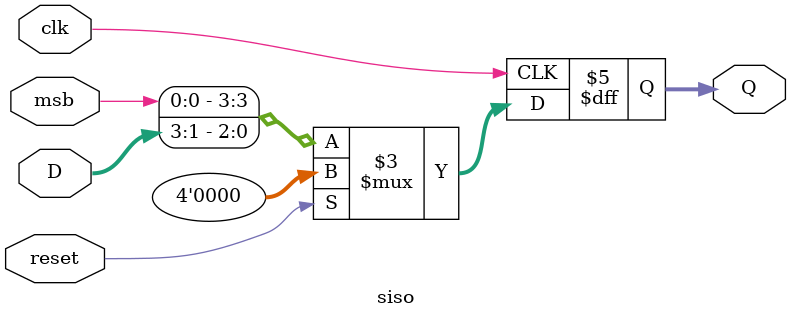
<source format=v>
module siso (
    input [3:0] D,
    input clk,reset,
    input msb,
    output reg[3:0] Q);
always @ (posedge clk)
begin
    if (reset)
    Q = 4'd0;
else
    
    Q = {msb, D[3:1]};
end
endmodule


</source>
